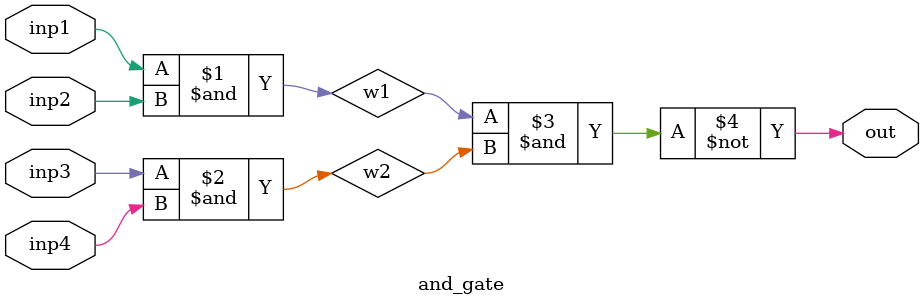
<source format=sv>
module top_module(
    input p1a, 
    input p1b, 
    input p1c, 
    input p1d, 
    output p1y, 
    input p2a, 
    input p2b, 
    input p2c, 
    input p2d, 
    output p2y
);

    and_gate and1 (
        .inp1(p1a), 
        .inp2(p1b), 
        .inp3(p1c), 
        .inp4(p1d),
        .out(p1y)
    );

    and_gate and2 (
        .inp1(p2a), 
        .inp2(p2b), 
        .inp3(p2c), 
        .inp4(p2d),
        .out(p2y)
    );

endmodule
module and_gate(
    input inp1,
    input inp2,
    input inp3,
    input inp4,
    output out
);
    wire w1;
    wire w2;

    assign w1 = inp1 & inp2;
    assign w2 = inp3 & inp4;

    assign out = ~(w1 & w2);

endmodule

</source>
